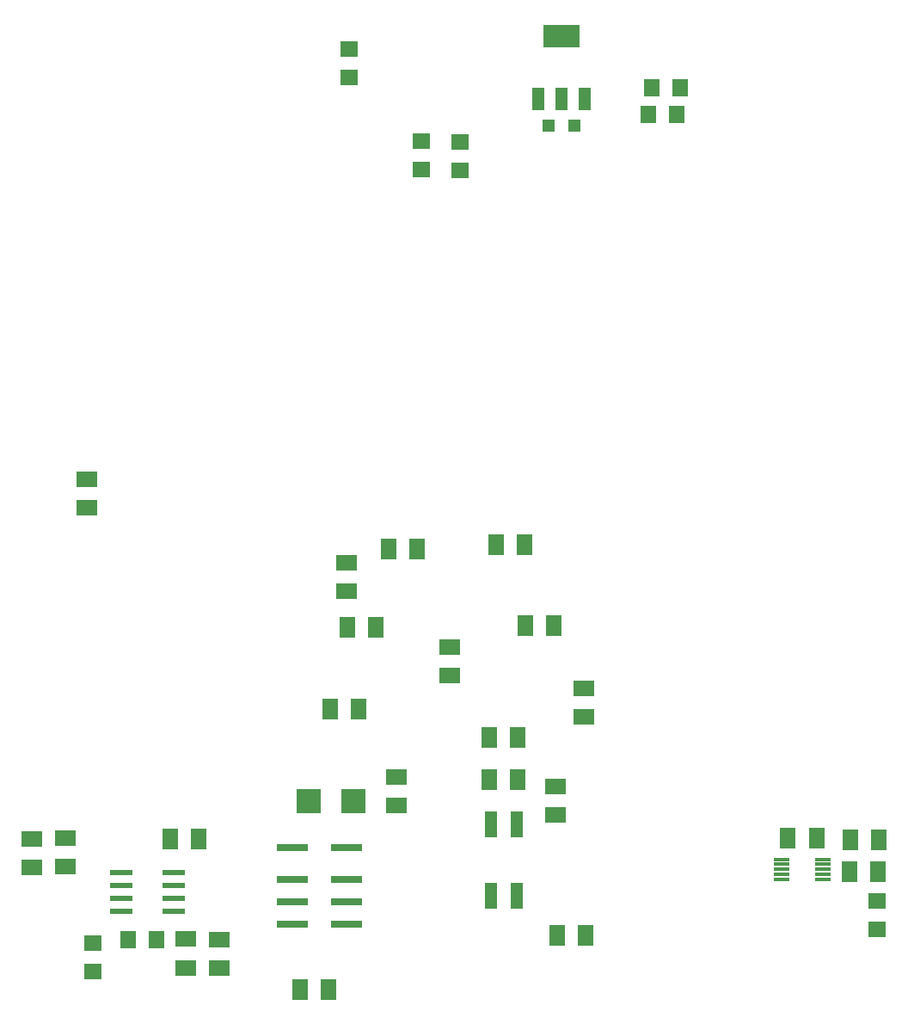
<source format=gbr>
G04 EAGLE Gerber X2 export*
%TF.Part,Single*%
%TF.FileFunction,Paste,Top*%
%TF.FilePolarity,Positive*%
%TF.GenerationSoftware,Autodesk,EAGLE,9.2.2*%
%TF.CreationDate,2019-03-16T21:44:51Z*%
G75*
%MOMM*%
%FSLAX34Y34*%
%LPD*%
%INSolderpaste Top*%
%AMOC8*
5,1,8,0,0,1.08239X$1,22.5*%
G01*
%ADD10R,1.800000X1.600000*%
%ADD11R,1.600000X1.800000*%
%ADD12R,2.400000X2.400000*%
%ADD13R,3.100000X0.800000*%
%ADD14R,1.270000X2.540000*%
%ADD15R,2.000000X1.600000*%
%ADD16R,1.600000X2.000000*%
%ADD17R,1.524000X0.330200*%
%ADD18R,1.270000X1.270000*%
%ADD19R,1.219200X2.235200*%
%ADD20R,3.600000X2.200000*%
%ADD21R,2.200000X0.600000*%


D10*
X412595Y872038D03*
X412595Y844038D03*
X450737Y870599D03*
X450737Y842599D03*
D11*
X636299Y897536D03*
X664299Y897536D03*
X639425Y923765D03*
X667425Y923765D03*
D10*
X861632Y96183D03*
X861632Y124183D03*
D12*
X302066Y221866D03*
X346066Y221866D03*
D13*
X285941Y176872D03*
X285941Y144872D03*
X285941Y122872D03*
X285941Y100872D03*
X338941Y176872D03*
X338941Y144872D03*
X338941Y122872D03*
X338941Y100872D03*
D14*
X506899Y199394D03*
X481499Y199394D03*
X481499Y129394D03*
X506899Y129394D03*
D15*
X440330Y346012D03*
X440330Y374012D03*
X572942Y333354D03*
X572942Y305354D03*
D16*
X543071Y395345D03*
X515071Y395345D03*
X514224Y474884D03*
X486224Y474884D03*
X408047Y470244D03*
X380047Y470244D03*
D15*
X387866Y218297D03*
X387866Y246297D03*
D16*
X507599Y243633D03*
X479599Y243633D03*
X479612Y285242D03*
X507612Y285242D03*
D15*
X544610Y208286D03*
X544610Y236286D03*
X339206Y429029D03*
X339206Y457029D03*
X82949Y510767D03*
X82949Y538767D03*
D16*
X862692Y184359D03*
X834692Y184359D03*
X862517Y153087D03*
X834517Y153087D03*
X773725Y186046D03*
X801725Y186046D03*
D10*
X341487Y962099D03*
X341487Y934099D03*
D17*
X808423Y145206D03*
X808423Y150032D03*
X808423Y155112D03*
X808423Y160192D03*
X808423Y165018D03*
X767783Y165018D03*
X767783Y160192D03*
X767783Y155112D03*
X767783Y150032D03*
X767783Y145206D03*
D18*
X537690Y887107D03*
X563090Y887107D03*
D19*
X527613Y913320D03*
X550727Y913320D03*
X573841Y913320D03*
D20*
X550727Y975298D03*
D16*
X367462Y393482D03*
X339462Y393482D03*
X350787Y313218D03*
X322787Y313218D03*
X193342Y184719D03*
X165342Y184719D03*
D15*
X62093Y185973D03*
X62093Y157973D03*
D10*
X88787Y54753D03*
X88787Y82753D03*
D11*
X123599Y85679D03*
X151599Y85679D03*
D21*
X116899Y139581D03*
X168899Y139581D03*
X116899Y152281D03*
X116899Y126881D03*
X116899Y114181D03*
X168899Y152281D03*
X168899Y126881D03*
X168899Y114181D03*
D15*
X213937Y86198D03*
X213937Y58198D03*
D16*
X293606Y36948D03*
X321606Y36948D03*
X574127Y90316D03*
X546127Y90316D03*
D15*
X180608Y58405D03*
X180608Y86405D03*
X29055Y185092D03*
X29055Y157092D03*
M02*

</source>
